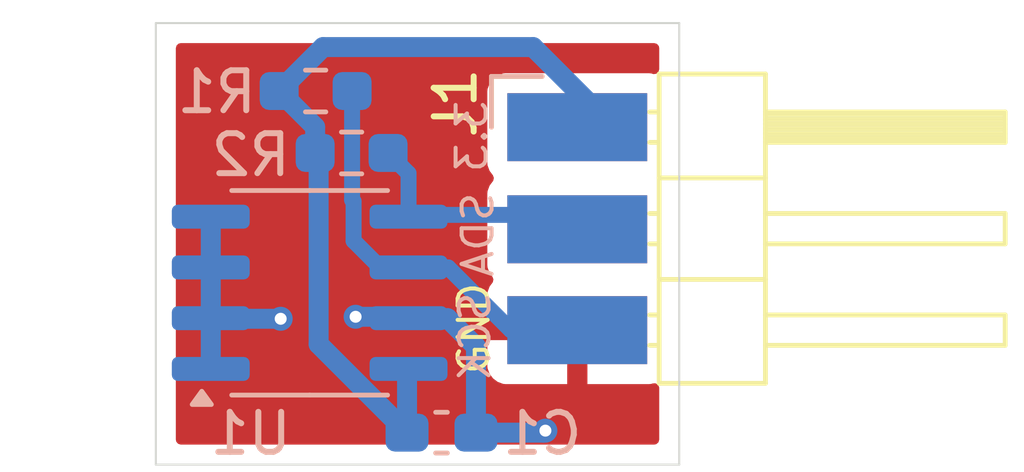
<source format=kicad_pcb>
(kicad_pcb (version 20240108) (generator "pcbnew") (generator_version "8.0")
  (layers (0 "F.Cu" signal) (31 "B.Cu" signal) (34 "B.Paste" user) (35 "F.Paste" user) (36 "B.SilkS" user "B.Silkscreen") (37 "F.SilkS" user "F.Silkscreen") (38 "B.Mask" user) (39 "F.Mask" user) (44 "Edge.Cuts" user))
  (net 0 "")
  (net 1 "GND")
  (net 2 "+3.3V")
  (net 5 "I2C_SDA")
  (net 6 "I2C_SCL")
  (footprint "Scotts:2x03_Horizontal_SMD" (layer "F.Cu") (at 140.3475 108.815)
    (property "Reference" "J1" (at -3.9475 1.935 90) (layer "F.SilkS"))
    (property "Value" "Kulp")
    (fp_line (start -3.048 1.27) (end -1.778 1.27) (stroke (width 0.12)) (layer "B.SilkS"))
    (fp_line (start -3.048 2.54) (end -3.048 1.27) (stroke (width 0.12)) (layer "B.SilkS"))
    (fp_line (start -3.048 1.27) (end -1.778 1.27) (stroke (width 0.12)) (layer "F.SilkS"))
    (fp_line (start -3.048 2.54) (end -3.048 1.27) (stroke (width 0.12)) (layer "F.SilkS"))
    (fp_line (start 0.9144 2.16) (end 1.15 2.16) (stroke (width 0.12)) (layer "F.SilkS"))
    (fp_line (start 0.9144 2.92) (end 1.15 2.92) (stroke (width 0.12)) (layer "F.SilkS"))
    (fp_line (start 0.9144 4.7) (end 1.15 4.7) (stroke (width 0.12)) (layer "F.SilkS"))
    (fp_line (start 0.9144 5.461) (end 1.15 5.46) (stroke (width 0.12)) (layer "F.SilkS"))
    (fp_line (start 0.9144 7.24) (end 1.15 7.24) (stroke (width 0.12)) (layer "F.SilkS"))
    (fp_line (start 0.9144 8) (end 1.15 8) (stroke (width 0.12)) (layer "F.SilkS"))
    (fp_line (start 1.15 1.21) (end 1.15 8.95) (stroke (width 0.12)) (layer "F.SilkS"))
    (fp_line (start 1.15 3.81) (end 3.81 3.81) (stroke (width 0.12)) (layer "F.SilkS"))
    (fp_line (start 1.15 6.35) (end 3.81 6.35) (stroke (width 0.12)) (layer "F.SilkS"))
    (fp_line (start 1.15 8.95) (end 3.81 8.95) (stroke (width 0.12)) (layer "F.SilkS"))
    (fp_line (start 3.81 1.21) (end 1.15 1.21) (stroke (width 0.12)) (layer "F.SilkS"))
    (fp_line (start 3.81 2.16) (end 9.81 2.16) (stroke (width 0.12)) (layer "F.SilkS"))
    (fp_line (start 3.81 2.22) (end 9.81 2.22) (stroke (width 0.12)) (layer "F.SilkS"))
    (fp_line (start 3.81 2.34) (end 9.81 2.34) (stroke (width 0.12)) (layer "F.SilkS"))
    (fp_line (start 3.81 2.46) (end 9.81 2.46) (stroke (width 0.12)) (layer "F.SilkS"))
    (fp_line (start 3.81 2.58) (end 9.81 2.58) (stroke (width 0.12)) (layer "F.SilkS"))
    (fp_line (start 3.81 2.7) (end 9.81 2.7) (stroke (width 0.12)) (layer "F.SilkS"))
    (fp_line (start 3.81 2.82) (end 9.81 2.82) (stroke (width 0.12)) (layer "F.SilkS"))
    (fp_line (start 3.81 4.7) (end 9.81 4.7) (stroke (width 0.12)) (layer "F.SilkS"))
    (fp_line (start 3.81 7.24) (end 9.81 7.24) (stroke (width 0.12)) (layer "F.SilkS"))
    (fp_line (start 3.81 8.95) (end 3.81 1.21) (stroke (width 0.12)) (layer "F.SilkS"))
    (fp_line (start 9.81 2.16) (end 9.81 2.92) (stroke (width 0.12)) (layer "F.SilkS"))
    (fp_line (start 9.81 2.92) (end 3.81 2.92) (stroke (width 0.12)) (layer "F.SilkS"))
    (fp_line (start 9.81 4.7) (end 9.81 5.46) (stroke (width 0.12)) (layer "F.SilkS"))
    (fp_line (start 9.81 5.46) (end 3.81 5.46) (stroke (width 0.12)) (layer "F.SilkS"))
    (fp_line (start 9.81 7.24) (end 9.81 8) (stroke (width 0.12)) (layer "F.SilkS"))
    (fp_line (start 9.81 8) (end 3.81 8) (stroke (width 0.12)) (layer "F.SilkS"))
    (pad "1" smd rect (at 0 2.54) (size 3.5 1.7) (drill (offset -0.9 0)) (layers "F.Cu" "F.Mask"))
    (pad "2" smd rect (at 0 2.54) (size 3.5 1.7) (drill (offset -0.9 0)) (layers "B.Cu" "B.Mask") (net 2 "+3.3V"))
    (pad "3" smd rect (at 0 5.095) (size 3.5 1.7) (drill (offset -0.9 0)) (layers "F.Cu" "F.Mask"))
    (pad "4" smd rect (at 0 5.095) (size 3.5 1.7) (drill (offset -0.9 0)) (layers "B.Cu" "B.Mask") (net 5 "I2C_SDA"))
    (pad "5" smd rect (at 0 7.62) (size 3.5 1.7) (drill (offset -0.9 0)) (layers "F.Cu" "F.Mask") (net 1 "GND"))
    (pad "6" smd rect (at 0 7.62) (size 3.5 1.7) (drill (offset -0.9 0)) (layers "B.Cu" "B.Mask") (net 6 "I2C_SCL"))
  )
  (footprint "Package_SO:SOIC-8_3.9x4.9mm_P1.27mm" (layer "B.Cu") (at 132.75 115.5)
    (property "Reference" "U1" (at -1.475 3.525 360) (layer "B.SilkS") (effects (justify mirror)))
    (property "Value" "24LC256")
    (fp_line (start -1.95 -2.56) (end 0 -2.56) (stroke (width 0.12)) (layer "B.SilkS"))
    (fp_line (start -1.95 2.56) (end 0 2.56) (stroke (width 0.12)) (layer "B.SilkS"))
    (fp_line (start 1.95 -2.56) (end 0 -2.56) (stroke (width 0.12)) (layer "B.SilkS"))
    (fp_line (start 1.95 2.56) (end 0 2.56) (stroke (width 0.12)) (layer "B.SilkS"))
    (fp_poly (pts (xy -2.7 2.465) (xy -2.94 2.795) (xy -2.46 2.795) (xy -2.7 2.465)) (stroke (width 0.12)) (fill solid) (layer "B.SilkS"))
    (pad "1" smd roundrect (at -2.475 1.905) (size 1.95 0.6) (layers "B.Cu" "B.Paste" "B.Mask") (net 1 "GND"))
    (pad "2" smd roundrect (at -2.475 0.635) (size 1.95 0.6) (layers "B.Cu" "B.Paste" "B.Mask") (net 1 "GND"))
    (pad "3" smd roundrect (at -2.475 -0.635) (size 1.95 0.6) (layers "B.Cu" "B.Paste" "B.Mask") (net 1 "GND"))
    (pad "4" smd roundrect (at -2.475 -1.905) (size 1.95 0.6) (layers "B.Cu" "B.Paste" "B.Mask") (net 1 "GND"))
    (pad "5" smd roundrect (at 2.475 -1.905) (size 1.95 0.6) (layers "B.Cu" "B.Paste" "B.Mask") (net 5 "I2C_SDA"))
    (pad "6" smd roundrect (at 2.475 -0.635) (size 1.95 0.6) (layers "B.Cu" "B.Paste" "B.Mask") (net 6 "I2C_SCL"))
    (pad "7" smd roundrect (at 2.475 0.635) (size 1.95 0.6) (layers "B.Cu" "B.Paste" "B.Mask") (net 1 "GND"))
    (pad "8" smd roundrect (at 2.475 1.905) (size 1.95 0.6) (layers "B.Cu" "B.Paste" "B.Mask") (net 2 "+3.3V"))
  )
  (footprint "Capacitor_SMD:C_0603_1608Metric_Pad1.08x0.95mm_HandSolder" (layer "B.Cu") (at 136.05 119)
    (property "Reference" "C1" (at 2.525 0.025 360) (layer "B.SilkS") (effects (justify mirror)))
    (property "Value" "0.1uF")
    (fp_line (start 0.146267 -0.51) (end -0.146267 -0.51) (stroke (width 0.12)) (layer "B.SilkS"))
    (fp_line (start 0.146267 0.51) (end -0.146267 0.51) (stroke (width 0.12)) (layer "B.SilkS"))
    (pad "1" smd roundrect (at -0.8625 0) (size 1.075 0.95) (layers "B.Cu" "B.Paste" "B.Mask") (net 2 "+3.3V"))
    (pad "2" smd roundrect (at 0.8625 0) (size 1.075 0.95) (layers "B.Cu" "B.Paste" "B.Mask") (net 1 "GND"))
  )
  (footprint "Resistor_SMD:R_0603_1608Metric_Pad0.98x0.95mm_HandSolder" (layer "B.Cu") (at 133.8 112)
    (property "Reference" "R2" (at -2.525 0.05 360) (layer "B.SilkS") (effects (justify mirror)))
    (property "Value" "4.7K" (hide yes))
    (fp_line (start 0.254724 -0.5225) (end -0.254724 -0.5225) (stroke (width 0.12)) (layer "B.SilkS"))
    (fp_line (start 0.254724 0.5225) (end -0.254724 0.5225) (stroke (width 0.12)) (layer "B.SilkS"))
    (pad "1" smd roundrect (at -0.9125 0) (size 0.975 0.95) (layers "B.Cu" "B.Paste" "B.Mask") (net 2 "+3.3V"))
    (pad "2" smd roundrect (at 0.9125 0) (size 0.975 0.95) (layers "B.Cu" "B.Paste" "B.Mask") (net 5 "I2C_SDA"))
  )
  (footprint "Resistor_SMD:R_0603_1608Metric_Pad0.98x0.95mm_HandSolder" (layer "B.Cu") (at 132.9 110.45)
    (property "Reference" "R1" (at -2.475 0.025 360) (layer "B.SilkS") (effects (justify mirror)))
    (property "Value" "4.7K")
    (fp_line (start 0.254724 -0.5225) (end -0.254724 -0.5225) (stroke (width 0.12)) (layer "B.SilkS"))
    (fp_line (start 0.254724 0.5225) (end -0.254724 0.5225) (stroke (width 0.12)) (layer "B.SilkS"))
    (pad "1" smd roundrect (at -0.9125 0) (size 0.975 0.95) (layers "B.Cu" "B.Paste" "B.Mask") (net 2 "+3.3V"))
    (pad "2" smd roundrect (at 0.9125 0) (size 0.975 0.95) (layers "B.Cu" "B.Paste" "B.Mask") (net 6 "I2C_SCL"))
  )
  (gr_line (start 142 108.75) (end 128.9 108.75) (stroke (width 0.05)) (layer "Edge.Cuts"))
  (gr_line (start 128.9 119.8) (end 142 119.8) (stroke (width 0.05)) (layer "Edge.Cuts"))
  (gr_line (start 128.9 108.75) (end 128.9 119.8) (stroke (width 0.05)) (layer "Edge.Cuts"))
  (gr_line (start 142 119.8) (end 142 108.75) (stroke (width 0.05)) (layer "Edge.Cuts"))
  (gr_text "3.3" (at 137.25 110.625 90) (layer "B.SilkS") (effects (font (size 0.75 0.75) (thickness 0.1)) (justify left bottom mirror)))
  (gr_text "SDA" (at 137.4 112.925 90) (layer "B.SilkS") (effects (font (size 0.75 0.75) (thickness 0.1)) (justify left bottom mirror)))
  (gr_text "SCK" (at 137.325 115.425 90) (layer "B.SilkS") (effects (font (size 0.75 0.75) (thickness 0.1)) (justify left bottom mirror)))
  (gr_text "GND" (at 137.3 117.6 90) (layer "F.SilkS") (effects (font (size 0.75 0.75) (thickness 0.1)) (justify left bottom)))
  (segment (start 138.65 118.95) (end 138.85 118.95) (width 0.5) (layer "F.Cu") (net 1))
  (segment (start 138.85 118.95) (end 139.45 118.35) (width 0.5) (layer "F.Cu") (net 1))
  (segment (start 132.025 116.15) (end 133.85 116.15) (width 0.5) (layer "F.Cu") (net 1))
  (segment (start 139.45 118.35) (end 139.45 117.3325) (width 0.5) (layer "F.Cu") (net 1))
  (segment (start 133.85 116.15) (end 133.9 116.1) (width 0.5) (layer "F.Cu") (net 1))
  (via (at 133.9 116.1) (size 0.6) (drill 0.3) (layers "F.Cu" "B.Cu") (net 1))
  (via (at 138.65 118.95) (size 0.6) (drill 0.3) (layers "F.Cu" "B.Cu") (net 1))
  (via (at 132.025 116.15) (size 0.6) (drill 0.3) (layers "F.Cu" "B.Cu") (net 1))
  (segment (start 130.29 116.15) (end 130.275 116.135) (width 0.5) (layer "B.Cu") (net 1))
  (segment (start 135.19 116.1) (end 135.225 116.135) (width 0.5) (layer "B.Cu") (net 1))
  (segment (start 138.6 119) (end 138.65 118.95) (width 0.5) (layer "B.Cu") (net 1))
  (segment (start 135.225 116.135) (end 136.199999 116.135) (width 0.5) (layer "B.Cu") (net 1))
  (segment (start 130.275 113.595) (end 130.275 117.405) (width 0.5) (layer "B.Cu") (net 1))
  (segment (start 133.9 116.1) (end 135.19 116.1) (width 0.5) (layer "B.Cu") (net 1))
  (segment (start 136.9125 116.847501) (end 136.9125 119) (width 0.5) (layer "B.Cu") (net 1))
  (segment (start 132.025 116.15) (end 130.29 116.15) (width 0.5) (layer "B.Cu") (net 1))
  (segment (start 136.199999 116.135) (end 136.9125 116.847501) (width 0.5) (layer "B.Cu") (net 1))
  (segment (start 136.9125 119) (end 138.6 119) (width 0.5) (layer "B.Cu") (net 1))
  (segment (start 132.8875 112) (end 132.975 112.0875) (width 0.5) (layer "B.Cu") (net 2))
  (segment (start 140.3475 111.355) (end 138.3425 109.35) (width 0.5) (layer "B.Cu") (net 2))
  (segment (start 132.975 112.0875) (end 132.975 116.7875) (width 0.5) (layer "B.Cu") (net 2))
  (segment (start 132.975 116.7875) (end 135.1875 119) (width 0.5) (layer "B.Cu") (net 2))
  (segment (start 133.0875 109.35) (end 131.9875 110.45) (width 0.5) (layer "B.Cu") (net 2))
  (segment (start 135.1875 119) (end 135.1875 117.4425) (width 0.5) (layer "B.Cu") (net 2))
  (segment (start 135.1875 117.4425) (end 135.225 117.405) (width 0.5) (layer "B.Cu") (net 2))
  (segment (start 132.8875 112) (end 132.8875 111.35) (width 0.5) (layer "B.Cu") (net 2))
  (segment (start 132.8875 111.35) (end 131.9875 110.45) (width 0.5) (layer "B.Cu") (net 2))
  (segment (start 138.3425 109.35) (end 133.0875 109.35) (width 0.5) (layer "B.Cu") (net 2))
  (segment (start 135.27 113.55) (end 135.225 113.595) (width 0.4) (layer "B.Cu") (net 5))
  (segment (start 139.9875 113.55) (end 135.27 113.55) (width 0.4) (layer "B.Cu") (net 5))
  (segment (start 140.3475 113.91) (end 139.9875 113.55) (width 0.4) (layer "B.Cu") (net 5))
  (segment (start 135.225 113.595) (end 135.225 112.5125) (width 0.4) (layer "B.Cu") (net 5))
  (segment (start 135.225 112.5125) (end 134.7125 112) (width 0.4) (layer "B.Cu") (net 5))
  (segment (start 135.225 114.865) (end 136.215 114.865) (width 0.4) (layer "B.Cu") (net 6))
  (segment (start 133.85 113.213026) (end 133.85 114.2) (width 0.4) (layer "B.Cu") (net 6))
  (segment (start 133.8125 110.45) (end 133.8125 113.175526) (width 0.4) (layer "B.Cu") (net 6))
  (segment (start 133.85 114.2) (end 134.515 114.865) (width 0.4) (layer "B.Cu") (net 6))
  (segment (start 134.515 114.865) (end 135.225 114.865) (width 0.4) (layer "B.Cu") (net 6))
  (segment (start 137.785 116.435) (end 140.3475 116.435) (width 0.4) (layer "B.Cu") (net 6))
  (segment (start 136.215 114.865) (end 137.785 116.435) (width 0.4) (layer "B.Cu") (net 6))
  (segment (start 133.8125 113.175526) (end 133.85 113.213026) (width 0.4) (layer "B.Cu") (net 6))
  (zone (net 1) (net_name "GND") (layer "F.Cu") (connect_pads (clearance 0.5)) (min_thickness 0.25) (fill yes (thermal_gap 0.5) (thermal_bridge_width 0.5))
    (polygon (pts (xy 125 109) (xy 142 109) (xy 142 120) (xy 125 120)))
  )
)
</source>
